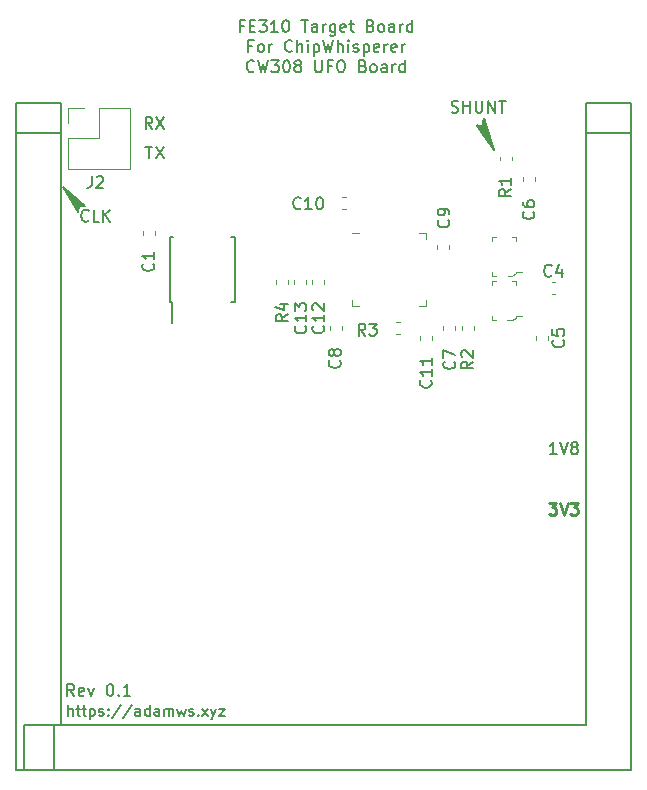
<source format=gbr>
G04 #@! TF.GenerationSoftware,KiCad,Pcbnew,5.0.0*
G04 #@! TF.CreationDate,2018-12-09T11:56:36+00:00*
G04 #@! TF.ProjectId,cw308_fe310,63773330385F66653331302E6B696361,rev?*
G04 #@! TF.SameCoordinates,Original*
G04 #@! TF.FileFunction,Legend,Top*
G04 #@! TF.FilePolarity,Positive*
%FSLAX46Y46*%
G04 Gerber Fmt 4.6, Leading zero omitted, Abs format (unit mm)*
G04 Created by KiCad (PCBNEW 5.0.0) date Sun Dec  9 11:56:36 2018*
%MOMM*%
%LPD*%
G01*
G04 APERTURE LIST*
%ADD10C,0.200000*%
%ADD11C,0.250000*%
%ADD12C,0.150000*%
%ADD13C,0.127000*%
%ADD14C,0.100000*%
%ADD15C,0.120000*%
G04 APERTURE END LIST*
D10*
X124678571Y-115952380D02*
X124345238Y-115476190D01*
X124107142Y-115952380D02*
X124107142Y-114952380D01*
X124488095Y-114952380D01*
X124583333Y-115000000D01*
X124630952Y-115047619D01*
X124678571Y-115142857D01*
X124678571Y-115285714D01*
X124630952Y-115380952D01*
X124583333Y-115428571D01*
X124488095Y-115476190D01*
X124107142Y-115476190D01*
X125488095Y-115904761D02*
X125392857Y-115952380D01*
X125202380Y-115952380D01*
X125107142Y-115904761D01*
X125059523Y-115809523D01*
X125059523Y-115428571D01*
X125107142Y-115333333D01*
X125202380Y-115285714D01*
X125392857Y-115285714D01*
X125488095Y-115333333D01*
X125535714Y-115428571D01*
X125535714Y-115523809D01*
X125059523Y-115619047D01*
X125869047Y-115285714D02*
X126107142Y-115952380D01*
X126345238Y-115285714D01*
X127678571Y-114952380D02*
X127773809Y-114952380D01*
X127869047Y-115000000D01*
X127916666Y-115047619D01*
X127964285Y-115142857D01*
X128011904Y-115333333D01*
X128011904Y-115571428D01*
X127964285Y-115761904D01*
X127916666Y-115857142D01*
X127869047Y-115904761D01*
X127773809Y-115952380D01*
X127678571Y-115952380D01*
X127583333Y-115904761D01*
X127535714Y-115857142D01*
X127488095Y-115761904D01*
X127440476Y-115571428D01*
X127440476Y-115333333D01*
X127488095Y-115142857D01*
X127535714Y-115047619D01*
X127583333Y-115000000D01*
X127678571Y-114952380D01*
X128440476Y-115857142D02*
X128488095Y-115904761D01*
X128440476Y-115952380D01*
X128392857Y-115904761D01*
X128440476Y-115857142D01*
X128440476Y-115952380D01*
X129440476Y-115952380D02*
X128869047Y-115952380D01*
X129154761Y-115952380D02*
X129154761Y-114952380D01*
X129059523Y-115095238D01*
X128964285Y-115190476D01*
X128869047Y-115238095D01*
X124171428Y-117657142D02*
X124171428Y-116757142D01*
X124557142Y-117657142D02*
X124557142Y-117185714D01*
X124514285Y-117100000D01*
X124428571Y-117057142D01*
X124300000Y-117057142D01*
X124214285Y-117100000D01*
X124171428Y-117142857D01*
X124857142Y-117057142D02*
X125200000Y-117057142D01*
X124985714Y-116757142D02*
X124985714Y-117528571D01*
X125028571Y-117614285D01*
X125114285Y-117657142D01*
X125200000Y-117657142D01*
X125371428Y-117057142D02*
X125714285Y-117057142D01*
X125500000Y-116757142D02*
X125500000Y-117528571D01*
X125542857Y-117614285D01*
X125628571Y-117657142D01*
X125714285Y-117657142D01*
X126014285Y-117057142D02*
X126014285Y-117957142D01*
X126014285Y-117100000D02*
X126100000Y-117057142D01*
X126271428Y-117057142D01*
X126357142Y-117100000D01*
X126400000Y-117142857D01*
X126442857Y-117228571D01*
X126442857Y-117485714D01*
X126400000Y-117571428D01*
X126357142Y-117614285D01*
X126271428Y-117657142D01*
X126100000Y-117657142D01*
X126014285Y-117614285D01*
X126785714Y-117614285D02*
X126871428Y-117657142D01*
X127042857Y-117657142D01*
X127128571Y-117614285D01*
X127171428Y-117528571D01*
X127171428Y-117485714D01*
X127128571Y-117400000D01*
X127042857Y-117357142D01*
X126914285Y-117357142D01*
X126828571Y-117314285D01*
X126785714Y-117228571D01*
X126785714Y-117185714D01*
X126828571Y-117100000D01*
X126914285Y-117057142D01*
X127042857Y-117057142D01*
X127128571Y-117100000D01*
X127557142Y-117571428D02*
X127600000Y-117614285D01*
X127557142Y-117657142D01*
X127514285Y-117614285D01*
X127557142Y-117571428D01*
X127557142Y-117657142D01*
X127557142Y-117100000D02*
X127600000Y-117142857D01*
X127557142Y-117185714D01*
X127514285Y-117142857D01*
X127557142Y-117100000D01*
X127557142Y-117185714D01*
X128628571Y-116714285D02*
X127857142Y-117871428D01*
X129571428Y-116714285D02*
X128800000Y-117871428D01*
X130257142Y-117657142D02*
X130257142Y-117185714D01*
X130214285Y-117100000D01*
X130128571Y-117057142D01*
X129957142Y-117057142D01*
X129871428Y-117100000D01*
X130257142Y-117614285D02*
X130171428Y-117657142D01*
X129957142Y-117657142D01*
X129871428Y-117614285D01*
X129828571Y-117528571D01*
X129828571Y-117442857D01*
X129871428Y-117357142D01*
X129957142Y-117314285D01*
X130171428Y-117314285D01*
X130257142Y-117271428D01*
X131071428Y-117657142D02*
X131071428Y-116757142D01*
X131071428Y-117614285D02*
X130985714Y-117657142D01*
X130814285Y-117657142D01*
X130728571Y-117614285D01*
X130685714Y-117571428D01*
X130642857Y-117485714D01*
X130642857Y-117228571D01*
X130685714Y-117142857D01*
X130728571Y-117100000D01*
X130814285Y-117057142D01*
X130985714Y-117057142D01*
X131071428Y-117100000D01*
X131885714Y-117657142D02*
X131885714Y-117185714D01*
X131842857Y-117100000D01*
X131757142Y-117057142D01*
X131585714Y-117057142D01*
X131500000Y-117100000D01*
X131885714Y-117614285D02*
X131800000Y-117657142D01*
X131585714Y-117657142D01*
X131500000Y-117614285D01*
X131457142Y-117528571D01*
X131457142Y-117442857D01*
X131500000Y-117357142D01*
X131585714Y-117314285D01*
X131800000Y-117314285D01*
X131885714Y-117271428D01*
X132314285Y-117657142D02*
X132314285Y-117057142D01*
X132314285Y-117142857D02*
X132357142Y-117100000D01*
X132442857Y-117057142D01*
X132571428Y-117057142D01*
X132657142Y-117100000D01*
X132700000Y-117185714D01*
X132700000Y-117657142D01*
X132700000Y-117185714D02*
X132742857Y-117100000D01*
X132828571Y-117057142D01*
X132957142Y-117057142D01*
X133042857Y-117100000D01*
X133085714Y-117185714D01*
X133085714Y-117657142D01*
X133428571Y-117057142D02*
X133600000Y-117657142D01*
X133771428Y-117228571D01*
X133942857Y-117657142D01*
X134114285Y-117057142D01*
X134414285Y-117614285D02*
X134500000Y-117657142D01*
X134671428Y-117657142D01*
X134757142Y-117614285D01*
X134800000Y-117528571D01*
X134800000Y-117485714D01*
X134757142Y-117400000D01*
X134671428Y-117357142D01*
X134542857Y-117357142D01*
X134457142Y-117314285D01*
X134414285Y-117228571D01*
X134414285Y-117185714D01*
X134457142Y-117100000D01*
X134542857Y-117057142D01*
X134671428Y-117057142D01*
X134757142Y-117100000D01*
X135185714Y-117571428D02*
X135228571Y-117614285D01*
X135185714Y-117657142D01*
X135142857Y-117614285D01*
X135185714Y-117571428D01*
X135185714Y-117657142D01*
X135528571Y-117657142D02*
X136000000Y-117057142D01*
X135528571Y-117057142D02*
X136000000Y-117657142D01*
X136257142Y-117057142D02*
X136471428Y-117657142D01*
X136685714Y-117057142D02*
X136471428Y-117657142D01*
X136385714Y-117871428D01*
X136342857Y-117914285D01*
X136257142Y-117957142D01*
X136942857Y-117057142D02*
X137414285Y-117057142D01*
X136942857Y-117657142D01*
X137414285Y-117657142D01*
X139023809Y-59228571D02*
X138690476Y-59228571D01*
X138690476Y-59752380D02*
X138690476Y-58752380D01*
X139166666Y-58752380D01*
X139547619Y-59228571D02*
X139880952Y-59228571D01*
X140023809Y-59752380D02*
X139547619Y-59752380D01*
X139547619Y-58752380D01*
X140023809Y-58752380D01*
X140357142Y-58752380D02*
X140976190Y-58752380D01*
X140642857Y-59133333D01*
X140785714Y-59133333D01*
X140880952Y-59180952D01*
X140928571Y-59228571D01*
X140976190Y-59323809D01*
X140976190Y-59561904D01*
X140928571Y-59657142D01*
X140880952Y-59704761D01*
X140785714Y-59752380D01*
X140500000Y-59752380D01*
X140404761Y-59704761D01*
X140357142Y-59657142D01*
X141928571Y-59752380D02*
X141357142Y-59752380D01*
X141642857Y-59752380D02*
X141642857Y-58752380D01*
X141547619Y-58895238D01*
X141452380Y-58990476D01*
X141357142Y-59038095D01*
X142547619Y-58752380D02*
X142642857Y-58752380D01*
X142738095Y-58800000D01*
X142785714Y-58847619D01*
X142833333Y-58942857D01*
X142880952Y-59133333D01*
X142880952Y-59371428D01*
X142833333Y-59561904D01*
X142785714Y-59657142D01*
X142738095Y-59704761D01*
X142642857Y-59752380D01*
X142547619Y-59752380D01*
X142452380Y-59704761D01*
X142404761Y-59657142D01*
X142357142Y-59561904D01*
X142309523Y-59371428D01*
X142309523Y-59133333D01*
X142357142Y-58942857D01*
X142404761Y-58847619D01*
X142452380Y-58800000D01*
X142547619Y-58752380D01*
X143928571Y-58752380D02*
X144500000Y-58752380D01*
X144214285Y-59752380D02*
X144214285Y-58752380D01*
X145261904Y-59752380D02*
X145261904Y-59228571D01*
X145214285Y-59133333D01*
X145119047Y-59085714D01*
X144928571Y-59085714D01*
X144833333Y-59133333D01*
X145261904Y-59704761D02*
X145166666Y-59752380D01*
X144928571Y-59752380D01*
X144833333Y-59704761D01*
X144785714Y-59609523D01*
X144785714Y-59514285D01*
X144833333Y-59419047D01*
X144928571Y-59371428D01*
X145166666Y-59371428D01*
X145261904Y-59323809D01*
X145738095Y-59752380D02*
X145738095Y-59085714D01*
X145738095Y-59276190D02*
X145785714Y-59180952D01*
X145833333Y-59133333D01*
X145928571Y-59085714D01*
X146023809Y-59085714D01*
X146785714Y-59085714D02*
X146785714Y-59895238D01*
X146738095Y-59990476D01*
X146690476Y-60038095D01*
X146595238Y-60085714D01*
X146452380Y-60085714D01*
X146357142Y-60038095D01*
X146785714Y-59704761D02*
X146690476Y-59752380D01*
X146500000Y-59752380D01*
X146404761Y-59704761D01*
X146357142Y-59657142D01*
X146309523Y-59561904D01*
X146309523Y-59276190D01*
X146357142Y-59180952D01*
X146404761Y-59133333D01*
X146500000Y-59085714D01*
X146690476Y-59085714D01*
X146785714Y-59133333D01*
X147642857Y-59704761D02*
X147547619Y-59752380D01*
X147357142Y-59752380D01*
X147261904Y-59704761D01*
X147214285Y-59609523D01*
X147214285Y-59228571D01*
X147261904Y-59133333D01*
X147357142Y-59085714D01*
X147547619Y-59085714D01*
X147642857Y-59133333D01*
X147690476Y-59228571D01*
X147690476Y-59323809D01*
X147214285Y-59419047D01*
X147976190Y-59085714D02*
X148357142Y-59085714D01*
X148119047Y-58752380D02*
X148119047Y-59609523D01*
X148166666Y-59704761D01*
X148261904Y-59752380D01*
X148357142Y-59752380D01*
X149785714Y-59228571D02*
X149928571Y-59276190D01*
X149976190Y-59323809D01*
X150023809Y-59419047D01*
X150023809Y-59561904D01*
X149976190Y-59657142D01*
X149928571Y-59704761D01*
X149833333Y-59752380D01*
X149452380Y-59752380D01*
X149452380Y-58752380D01*
X149785714Y-58752380D01*
X149880952Y-58800000D01*
X149928571Y-58847619D01*
X149976190Y-58942857D01*
X149976190Y-59038095D01*
X149928571Y-59133333D01*
X149880952Y-59180952D01*
X149785714Y-59228571D01*
X149452380Y-59228571D01*
X150595238Y-59752380D02*
X150500000Y-59704761D01*
X150452380Y-59657142D01*
X150404761Y-59561904D01*
X150404761Y-59276190D01*
X150452380Y-59180952D01*
X150500000Y-59133333D01*
X150595238Y-59085714D01*
X150738095Y-59085714D01*
X150833333Y-59133333D01*
X150880952Y-59180952D01*
X150928571Y-59276190D01*
X150928571Y-59561904D01*
X150880952Y-59657142D01*
X150833333Y-59704761D01*
X150738095Y-59752380D01*
X150595238Y-59752380D01*
X151785714Y-59752380D02*
X151785714Y-59228571D01*
X151738095Y-59133333D01*
X151642857Y-59085714D01*
X151452380Y-59085714D01*
X151357142Y-59133333D01*
X151785714Y-59704761D02*
X151690476Y-59752380D01*
X151452380Y-59752380D01*
X151357142Y-59704761D01*
X151309523Y-59609523D01*
X151309523Y-59514285D01*
X151357142Y-59419047D01*
X151452380Y-59371428D01*
X151690476Y-59371428D01*
X151785714Y-59323809D01*
X152261904Y-59752380D02*
X152261904Y-59085714D01*
X152261904Y-59276190D02*
X152309523Y-59180952D01*
X152357142Y-59133333D01*
X152452380Y-59085714D01*
X152547619Y-59085714D01*
X153309523Y-59752380D02*
X153309523Y-58752380D01*
X153309523Y-59704761D02*
X153214285Y-59752380D01*
X153023809Y-59752380D01*
X152928571Y-59704761D01*
X152880952Y-59657142D01*
X152833333Y-59561904D01*
X152833333Y-59276190D01*
X152880952Y-59180952D01*
X152928571Y-59133333D01*
X153023809Y-59085714D01*
X153214285Y-59085714D01*
X153309523Y-59133333D01*
X139761904Y-60928571D02*
X139428571Y-60928571D01*
X139428571Y-61452380D02*
X139428571Y-60452380D01*
X139904761Y-60452380D01*
X140428571Y-61452380D02*
X140333333Y-61404761D01*
X140285714Y-61357142D01*
X140238095Y-61261904D01*
X140238095Y-60976190D01*
X140285714Y-60880952D01*
X140333333Y-60833333D01*
X140428571Y-60785714D01*
X140571428Y-60785714D01*
X140666666Y-60833333D01*
X140714285Y-60880952D01*
X140761904Y-60976190D01*
X140761904Y-61261904D01*
X140714285Y-61357142D01*
X140666666Y-61404761D01*
X140571428Y-61452380D01*
X140428571Y-61452380D01*
X141190476Y-61452380D02*
X141190476Y-60785714D01*
X141190476Y-60976190D02*
X141238095Y-60880952D01*
X141285714Y-60833333D01*
X141380952Y-60785714D01*
X141476190Y-60785714D01*
X143142857Y-61357142D02*
X143095238Y-61404761D01*
X142952380Y-61452380D01*
X142857142Y-61452380D01*
X142714285Y-61404761D01*
X142619047Y-61309523D01*
X142571428Y-61214285D01*
X142523809Y-61023809D01*
X142523809Y-60880952D01*
X142571428Y-60690476D01*
X142619047Y-60595238D01*
X142714285Y-60500000D01*
X142857142Y-60452380D01*
X142952380Y-60452380D01*
X143095238Y-60500000D01*
X143142857Y-60547619D01*
X143571428Y-61452380D02*
X143571428Y-60452380D01*
X144000000Y-61452380D02*
X144000000Y-60928571D01*
X143952380Y-60833333D01*
X143857142Y-60785714D01*
X143714285Y-60785714D01*
X143619047Y-60833333D01*
X143571428Y-60880952D01*
X144476190Y-61452380D02*
X144476190Y-60785714D01*
X144476190Y-60452380D02*
X144428571Y-60500000D01*
X144476190Y-60547619D01*
X144523809Y-60500000D01*
X144476190Y-60452380D01*
X144476190Y-60547619D01*
X144952380Y-60785714D02*
X144952380Y-61785714D01*
X144952380Y-60833333D02*
X145047619Y-60785714D01*
X145238095Y-60785714D01*
X145333333Y-60833333D01*
X145380952Y-60880952D01*
X145428571Y-60976190D01*
X145428571Y-61261904D01*
X145380952Y-61357142D01*
X145333333Y-61404761D01*
X145238095Y-61452380D01*
X145047619Y-61452380D01*
X144952380Y-61404761D01*
X145761904Y-60452380D02*
X146000000Y-61452380D01*
X146190476Y-60738095D01*
X146380952Y-61452380D01*
X146619047Y-60452380D01*
X147000000Y-61452380D02*
X147000000Y-60452380D01*
X147428571Y-61452380D02*
X147428571Y-60928571D01*
X147380952Y-60833333D01*
X147285714Y-60785714D01*
X147142857Y-60785714D01*
X147047619Y-60833333D01*
X147000000Y-60880952D01*
X147904761Y-61452380D02*
X147904761Y-60785714D01*
X147904761Y-60452380D02*
X147857142Y-60500000D01*
X147904761Y-60547619D01*
X147952380Y-60500000D01*
X147904761Y-60452380D01*
X147904761Y-60547619D01*
X148333333Y-61404761D02*
X148428571Y-61452380D01*
X148619047Y-61452380D01*
X148714285Y-61404761D01*
X148761904Y-61309523D01*
X148761904Y-61261904D01*
X148714285Y-61166666D01*
X148619047Y-61119047D01*
X148476190Y-61119047D01*
X148380952Y-61071428D01*
X148333333Y-60976190D01*
X148333333Y-60928571D01*
X148380952Y-60833333D01*
X148476190Y-60785714D01*
X148619047Y-60785714D01*
X148714285Y-60833333D01*
X149190476Y-60785714D02*
X149190476Y-61785714D01*
X149190476Y-60833333D02*
X149285714Y-60785714D01*
X149476190Y-60785714D01*
X149571428Y-60833333D01*
X149619047Y-60880952D01*
X149666666Y-60976190D01*
X149666666Y-61261904D01*
X149619047Y-61357142D01*
X149571428Y-61404761D01*
X149476190Y-61452380D01*
X149285714Y-61452380D01*
X149190476Y-61404761D01*
X150476190Y-61404761D02*
X150380952Y-61452380D01*
X150190476Y-61452380D01*
X150095238Y-61404761D01*
X150047619Y-61309523D01*
X150047619Y-60928571D01*
X150095238Y-60833333D01*
X150190476Y-60785714D01*
X150380952Y-60785714D01*
X150476190Y-60833333D01*
X150523809Y-60928571D01*
X150523809Y-61023809D01*
X150047619Y-61119047D01*
X150952380Y-61452380D02*
X150952380Y-60785714D01*
X150952380Y-60976190D02*
X151000000Y-60880952D01*
X151047619Y-60833333D01*
X151142857Y-60785714D01*
X151238095Y-60785714D01*
X151952380Y-61404761D02*
X151857142Y-61452380D01*
X151666666Y-61452380D01*
X151571428Y-61404761D01*
X151523809Y-61309523D01*
X151523809Y-60928571D01*
X151571428Y-60833333D01*
X151666666Y-60785714D01*
X151857142Y-60785714D01*
X151952380Y-60833333D01*
X152000000Y-60928571D01*
X152000000Y-61023809D01*
X151523809Y-61119047D01*
X152428571Y-61452380D02*
X152428571Y-60785714D01*
X152428571Y-60976190D02*
X152476190Y-60880952D01*
X152523809Y-60833333D01*
X152619047Y-60785714D01*
X152714285Y-60785714D01*
X139904761Y-63057142D02*
X139857142Y-63104761D01*
X139714285Y-63152380D01*
X139619047Y-63152380D01*
X139476190Y-63104761D01*
X139380952Y-63009523D01*
X139333333Y-62914285D01*
X139285714Y-62723809D01*
X139285714Y-62580952D01*
X139333333Y-62390476D01*
X139380952Y-62295238D01*
X139476190Y-62200000D01*
X139619047Y-62152380D01*
X139714285Y-62152380D01*
X139857142Y-62200000D01*
X139904761Y-62247619D01*
X140238095Y-62152380D02*
X140476190Y-63152380D01*
X140666666Y-62438095D01*
X140857142Y-63152380D01*
X141095238Y-62152380D01*
X141380952Y-62152380D02*
X142000000Y-62152380D01*
X141666666Y-62533333D01*
X141809523Y-62533333D01*
X141904761Y-62580952D01*
X141952380Y-62628571D01*
X142000000Y-62723809D01*
X142000000Y-62961904D01*
X141952380Y-63057142D01*
X141904761Y-63104761D01*
X141809523Y-63152380D01*
X141523809Y-63152380D01*
X141428571Y-63104761D01*
X141380952Y-63057142D01*
X142619047Y-62152380D02*
X142714285Y-62152380D01*
X142809523Y-62200000D01*
X142857142Y-62247619D01*
X142904761Y-62342857D01*
X142952380Y-62533333D01*
X142952380Y-62771428D01*
X142904761Y-62961904D01*
X142857142Y-63057142D01*
X142809523Y-63104761D01*
X142714285Y-63152380D01*
X142619047Y-63152380D01*
X142523809Y-63104761D01*
X142476190Y-63057142D01*
X142428571Y-62961904D01*
X142380952Y-62771428D01*
X142380952Y-62533333D01*
X142428571Y-62342857D01*
X142476190Y-62247619D01*
X142523809Y-62200000D01*
X142619047Y-62152380D01*
X143523809Y-62580952D02*
X143428571Y-62533333D01*
X143380952Y-62485714D01*
X143333333Y-62390476D01*
X143333333Y-62342857D01*
X143380952Y-62247619D01*
X143428571Y-62200000D01*
X143523809Y-62152380D01*
X143714285Y-62152380D01*
X143809523Y-62200000D01*
X143857142Y-62247619D01*
X143904761Y-62342857D01*
X143904761Y-62390476D01*
X143857142Y-62485714D01*
X143809523Y-62533333D01*
X143714285Y-62580952D01*
X143523809Y-62580952D01*
X143428571Y-62628571D01*
X143380952Y-62676190D01*
X143333333Y-62771428D01*
X143333333Y-62961904D01*
X143380952Y-63057142D01*
X143428571Y-63104761D01*
X143523809Y-63152380D01*
X143714285Y-63152380D01*
X143809523Y-63104761D01*
X143857142Y-63057142D01*
X143904761Y-62961904D01*
X143904761Y-62771428D01*
X143857142Y-62676190D01*
X143809523Y-62628571D01*
X143714285Y-62580952D01*
X145095238Y-62152380D02*
X145095238Y-62961904D01*
X145142857Y-63057142D01*
X145190476Y-63104761D01*
X145285714Y-63152380D01*
X145476190Y-63152380D01*
X145571428Y-63104761D01*
X145619047Y-63057142D01*
X145666666Y-62961904D01*
X145666666Y-62152380D01*
X146476190Y-62628571D02*
X146142857Y-62628571D01*
X146142857Y-63152380D02*
X146142857Y-62152380D01*
X146619047Y-62152380D01*
X147190476Y-62152380D02*
X147380952Y-62152380D01*
X147476190Y-62200000D01*
X147571428Y-62295238D01*
X147619047Y-62485714D01*
X147619047Y-62819047D01*
X147571428Y-63009523D01*
X147476190Y-63104761D01*
X147380952Y-63152380D01*
X147190476Y-63152380D01*
X147095238Y-63104761D01*
X147000000Y-63009523D01*
X146952380Y-62819047D01*
X146952380Y-62485714D01*
X147000000Y-62295238D01*
X147095238Y-62200000D01*
X147190476Y-62152380D01*
X149142857Y-62628571D02*
X149285714Y-62676190D01*
X149333333Y-62723809D01*
X149380952Y-62819047D01*
X149380952Y-62961904D01*
X149333333Y-63057142D01*
X149285714Y-63104761D01*
X149190476Y-63152380D01*
X148809523Y-63152380D01*
X148809523Y-62152380D01*
X149142857Y-62152380D01*
X149238095Y-62200000D01*
X149285714Y-62247619D01*
X149333333Y-62342857D01*
X149333333Y-62438095D01*
X149285714Y-62533333D01*
X149238095Y-62580952D01*
X149142857Y-62628571D01*
X148809523Y-62628571D01*
X149952380Y-63152380D02*
X149857142Y-63104761D01*
X149809523Y-63057142D01*
X149761904Y-62961904D01*
X149761904Y-62676190D01*
X149809523Y-62580952D01*
X149857142Y-62533333D01*
X149952380Y-62485714D01*
X150095238Y-62485714D01*
X150190476Y-62533333D01*
X150238095Y-62580952D01*
X150285714Y-62676190D01*
X150285714Y-62961904D01*
X150238095Y-63057142D01*
X150190476Y-63104761D01*
X150095238Y-63152380D01*
X149952380Y-63152380D01*
X151142857Y-63152380D02*
X151142857Y-62628571D01*
X151095238Y-62533333D01*
X151000000Y-62485714D01*
X150809523Y-62485714D01*
X150714285Y-62533333D01*
X151142857Y-63104761D02*
X151047619Y-63152380D01*
X150809523Y-63152380D01*
X150714285Y-63104761D01*
X150666666Y-63009523D01*
X150666666Y-62914285D01*
X150714285Y-62819047D01*
X150809523Y-62771428D01*
X151047619Y-62771428D01*
X151142857Y-62723809D01*
X151619047Y-63152380D02*
X151619047Y-62485714D01*
X151619047Y-62676190D02*
X151666666Y-62580952D01*
X151714285Y-62533333D01*
X151809523Y-62485714D01*
X151904761Y-62485714D01*
X152666666Y-63152380D02*
X152666666Y-62152380D01*
X152666666Y-63104761D02*
X152571428Y-63152380D01*
X152380952Y-63152380D01*
X152285714Y-63104761D01*
X152238095Y-63057142D01*
X152190476Y-62961904D01*
X152190476Y-62676190D01*
X152238095Y-62580952D01*
X152285714Y-62533333D01*
X152380952Y-62485714D01*
X152571428Y-62485714D01*
X152666666Y-62533333D01*
D11*
X164886904Y-99627380D02*
X165505952Y-99627380D01*
X165172619Y-100008333D01*
X165315476Y-100008333D01*
X165410714Y-100055952D01*
X165458333Y-100103571D01*
X165505952Y-100198809D01*
X165505952Y-100436904D01*
X165458333Y-100532142D01*
X165410714Y-100579761D01*
X165315476Y-100627380D01*
X165029761Y-100627380D01*
X164934523Y-100579761D01*
X164886904Y-100532142D01*
X165791666Y-99627380D02*
X166125000Y-100627380D01*
X166458333Y-99627380D01*
X166696428Y-99627380D02*
X167315476Y-99627380D01*
X166982142Y-100008333D01*
X167125000Y-100008333D01*
X167220238Y-100055952D01*
X167267857Y-100103571D01*
X167315476Y-100198809D01*
X167315476Y-100436904D01*
X167267857Y-100532142D01*
X167220238Y-100579761D01*
X167125000Y-100627380D01*
X166839285Y-100627380D01*
X166744047Y-100579761D01*
X166696428Y-100532142D01*
D10*
X165530952Y-95502380D02*
X164959523Y-95502380D01*
X165245238Y-95502380D02*
X165245238Y-94502380D01*
X165150000Y-94645238D01*
X165054761Y-94740476D01*
X164959523Y-94788095D01*
X165816666Y-94502380D02*
X166150000Y-95502380D01*
X166483333Y-94502380D01*
X166959523Y-94930952D02*
X166864285Y-94883333D01*
X166816666Y-94835714D01*
X166769047Y-94740476D01*
X166769047Y-94692857D01*
X166816666Y-94597619D01*
X166864285Y-94550000D01*
X166959523Y-94502380D01*
X167150000Y-94502380D01*
X167245238Y-94550000D01*
X167292857Y-94597619D01*
X167340476Y-94692857D01*
X167340476Y-94740476D01*
X167292857Y-94835714D01*
X167245238Y-94883333D01*
X167150000Y-94930952D01*
X166959523Y-94930952D01*
X166864285Y-94978571D01*
X166816666Y-95026190D01*
X166769047Y-95121428D01*
X166769047Y-95311904D01*
X166816666Y-95407142D01*
X166864285Y-95454761D01*
X166959523Y-95502380D01*
X167150000Y-95502380D01*
X167245238Y-95454761D01*
X167292857Y-95407142D01*
X167340476Y-95311904D01*
X167340476Y-95121428D01*
X167292857Y-95026190D01*
X167245238Y-94978571D01*
X167150000Y-94930952D01*
X156636904Y-66529761D02*
X156779761Y-66577380D01*
X157017857Y-66577380D01*
X157113095Y-66529761D01*
X157160714Y-66482142D01*
X157208333Y-66386904D01*
X157208333Y-66291666D01*
X157160714Y-66196428D01*
X157113095Y-66148809D01*
X157017857Y-66101190D01*
X156827380Y-66053571D01*
X156732142Y-66005952D01*
X156684523Y-65958333D01*
X156636904Y-65863095D01*
X156636904Y-65767857D01*
X156684523Y-65672619D01*
X156732142Y-65625000D01*
X156827380Y-65577380D01*
X157065476Y-65577380D01*
X157208333Y-65625000D01*
X157636904Y-66577380D02*
X157636904Y-65577380D01*
X157636904Y-66053571D02*
X158208333Y-66053571D01*
X158208333Y-66577380D02*
X158208333Y-65577380D01*
X158684523Y-65577380D02*
X158684523Y-66386904D01*
X158732142Y-66482142D01*
X158779761Y-66529761D01*
X158875000Y-66577380D01*
X159065476Y-66577380D01*
X159160714Y-66529761D01*
X159208333Y-66482142D01*
X159255952Y-66386904D01*
X159255952Y-65577380D01*
X159732142Y-66577380D02*
X159732142Y-65577380D01*
X160303571Y-66577380D01*
X160303571Y-65577380D01*
X160636904Y-65577380D02*
X161208333Y-65577380D01*
X160922619Y-66577380D02*
X160922619Y-65577380D01*
D12*
G36*
X160200000Y-69750000D02*
X159375000Y-67050000D01*
X159175000Y-67775000D01*
X158775000Y-67600000D01*
X158800000Y-67675000D01*
X160200000Y-69750000D01*
G37*
X160200000Y-69750000D02*
X159375000Y-67050000D01*
X159175000Y-67775000D01*
X158775000Y-67600000D01*
X158800000Y-67675000D01*
X160200000Y-69750000D01*
D10*
X125904761Y-75707142D02*
X125857142Y-75754761D01*
X125714285Y-75802380D01*
X125619047Y-75802380D01*
X125476190Y-75754761D01*
X125380952Y-75659523D01*
X125333333Y-75564285D01*
X125285714Y-75373809D01*
X125285714Y-75230952D01*
X125333333Y-75040476D01*
X125380952Y-74945238D01*
X125476190Y-74850000D01*
X125619047Y-74802380D01*
X125714285Y-74802380D01*
X125857142Y-74850000D01*
X125904761Y-74897619D01*
X126809523Y-75802380D02*
X126333333Y-75802380D01*
X126333333Y-74802380D01*
X127142857Y-75802380D02*
X127142857Y-74802380D01*
X127714285Y-75802380D02*
X127285714Y-75230952D01*
X127714285Y-74802380D02*
X127142857Y-75373809D01*
D12*
G36*
X123725000Y-72875000D02*
X125025000Y-75000000D01*
X125100000Y-74475000D01*
X125500000Y-74450000D01*
X125575000Y-74475000D01*
X123725000Y-72875000D01*
G37*
X123725000Y-72875000D02*
X125025000Y-75000000D01*
X125100000Y-74475000D01*
X125500000Y-74450000D01*
X125575000Y-74475000D01*
X123725000Y-72875000D01*
D10*
X131591666Y-69452380D02*
X132258333Y-70452380D01*
X132258333Y-69452380D02*
X131591666Y-70452380D01*
X130714285Y-69452380D02*
X131285714Y-69452380D01*
X131000000Y-70452380D02*
X131000000Y-69452380D01*
X131591666Y-66952380D02*
X132258333Y-67952380D01*
X132258333Y-66952380D02*
X131591666Y-67952380D01*
X131309523Y-67952380D02*
X130976190Y-67476190D01*
X130738095Y-67952380D02*
X130738095Y-66952380D01*
X131119047Y-66952380D01*
X131214285Y-67000000D01*
X131261904Y-67047619D01*
X131309523Y-67142857D01*
X131309523Y-67285714D01*
X131261904Y-67380952D01*
X131214285Y-67428571D01*
X131119047Y-67476190D01*
X130738095Y-67476190D01*
D13*
G04 #@! TO.C,J1*
X119773701Y-65760600D02*
X123583701Y-65760600D01*
X123583701Y-65760600D02*
X123583701Y-68300600D01*
X123583701Y-68300600D02*
X123583701Y-118465600D01*
X123583701Y-118465600D02*
X168033701Y-118465600D01*
X168033701Y-118465600D02*
X168033701Y-68300600D01*
X168033701Y-68300600D02*
X168033701Y-65760600D01*
X168033701Y-65760600D02*
X171843701Y-65760600D01*
X171843701Y-65760600D02*
X171843701Y-68300600D01*
X171843701Y-68300600D02*
X171843701Y-122275600D01*
X171843701Y-122275600D02*
X122948701Y-122275600D01*
X122948701Y-122275600D02*
X120408701Y-122275600D01*
X120408701Y-122275600D02*
X119773701Y-122275600D01*
X119773701Y-122275600D02*
X119773701Y-68300600D01*
X119773701Y-68300600D02*
X119773701Y-65760600D01*
X119773701Y-68300600D02*
X123583701Y-68300600D01*
X122948701Y-122275600D02*
X122948701Y-118465600D01*
X122948701Y-118465600D02*
X120408701Y-118465600D01*
X120408701Y-118465600D02*
X120408701Y-122275600D01*
X122948701Y-118465600D02*
X123583701Y-118465600D01*
X168033701Y-68300600D02*
X171843701Y-68300600D01*
D12*
G04 #@! TO.C,U1*
X132771780Y-82635540D02*
X132976780Y-82635540D01*
X132771780Y-77135540D02*
X133071780Y-77135540D01*
X138281780Y-77135540D02*
X137981780Y-77135540D01*
X138281780Y-82635540D02*
X137981780Y-82635540D01*
X132771780Y-82635540D02*
X132771780Y-77135540D01*
X138281780Y-82635540D02*
X138281780Y-77135540D01*
X132976780Y-82635540D02*
X132976780Y-84385540D01*
D14*
G04 #@! TO.C,U2*
X160074100Y-80087860D02*
X160074100Y-80412860D01*
X160074100Y-80412860D02*
X160374100Y-80412860D01*
X162074100Y-77437860D02*
X162074100Y-77112860D01*
X162074100Y-77112860D02*
X161774100Y-77112860D01*
X160074100Y-77412860D02*
X160074100Y-77112860D01*
X160074100Y-77112860D02*
X160399100Y-77112860D01*
X161749100Y-80412860D02*
X162074100Y-80187860D01*
X162074100Y-80187860D02*
X162074100Y-80087860D01*
X162074100Y-80087860D02*
X162599100Y-80087860D01*
X161749100Y-80412860D02*
X161374100Y-80412860D01*
G04 #@! TO.C,U3*
X161746560Y-84154280D02*
X161371560Y-84154280D01*
X162071560Y-83829280D02*
X162596560Y-83829280D01*
X162071560Y-83929280D02*
X162071560Y-83829280D01*
X161746560Y-84154280D02*
X162071560Y-83929280D01*
X160071560Y-80854280D02*
X160396560Y-80854280D01*
X160071560Y-81154280D02*
X160071560Y-80854280D01*
X162071560Y-80854280D02*
X161771560Y-80854280D01*
X162071560Y-81179280D02*
X162071560Y-80854280D01*
X160071560Y-84154280D02*
X160371560Y-84154280D01*
X160071560Y-83829280D02*
X160071560Y-84154280D01*
D15*
G04 #@! TO.C,U4*
X153918600Y-76732600D02*
X154483600Y-76732600D01*
X154483600Y-76732600D02*
X154483600Y-77297600D01*
X148798600Y-82982600D02*
X148233600Y-82982600D01*
X148233600Y-82982600D02*
X148233600Y-82417600D01*
X153918600Y-82982600D02*
X154483600Y-82982600D01*
X154483600Y-82982600D02*
X154483600Y-82417600D01*
X148233600Y-76732600D02*
X148798600Y-76732600D01*
G04 #@! TO.C,C1*
X131546060Y-76631581D02*
X131546060Y-76957139D01*
X130526060Y-76631581D02*
X130526060Y-76957139D01*
G04 #@! TO.C,C4*
X165102321Y-81952560D02*
X165427879Y-81952560D01*
X165102321Y-80932560D02*
X165427879Y-80932560D01*
G04 #@! TO.C,C5*
X163784820Y-85511421D02*
X163784820Y-85836979D01*
X164804820Y-85511421D02*
X164804820Y-85836979D01*
G04 #@! TO.C,C6*
X163679600Y-72349579D02*
X163679600Y-72024021D01*
X162659600Y-72349579D02*
X162659600Y-72024021D01*
G04 #@! TO.C,C7*
X156968920Y-84652901D02*
X156968920Y-84978459D01*
X155948920Y-84652901D02*
X155948920Y-84978459D01*
G04 #@! TO.C,C8*
X147352480Y-84628801D02*
X147352480Y-84954359D01*
X146332480Y-84628801D02*
X146332480Y-84954359D01*
G04 #@! TO.C,C9*
X155397740Y-78138239D02*
X155397740Y-77812681D01*
X156417740Y-78138239D02*
X156417740Y-77812681D01*
G04 #@! TO.C,C10*
X147662779Y-74741500D02*
X147337221Y-74741500D01*
X147662779Y-73721500D02*
X147337221Y-73721500D01*
G04 #@! TO.C,C11*
X154969940Y-85854759D02*
X154969940Y-85529201D01*
X153949940Y-85854759D02*
X153949940Y-85529201D01*
G04 #@! TO.C,C12*
X145813240Y-80776861D02*
X145813240Y-81102419D01*
X144793240Y-80776861D02*
X144793240Y-81102419D01*
G04 #@! TO.C,C13*
X143287020Y-80776861D02*
X143287020Y-81102419D01*
X144307020Y-80776861D02*
X144307020Y-81102419D01*
G04 #@! TO.C,J2*
X124170000Y-71370000D02*
X129370000Y-71370000D01*
X124170000Y-68770000D02*
X124170000Y-71370000D01*
X129370000Y-66170000D02*
X129370000Y-71370000D01*
X124170000Y-68770000D02*
X126770000Y-68770000D01*
X126770000Y-68770000D02*
X126770000Y-66170000D01*
X126770000Y-66170000D02*
X129370000Y-66170000D01*
X124170000Y-67500000D02*
X124170000Y-66170000D01*
X124170000Y-66170000D02*
X125500000Y-66170000D01*
G04 #@! TO.C,R1*
X161723800Y-70296821D02*
X161723800Y-70622379D01*
X160703800Y-70296821D02*
X160703800Y-70622379D01*
G04 #@! TO.C,R2*
X157490700Y-84970839D02*
X157490700Y-84645281D01*
X158510700Y-84970839D02*
X158510700Y-84645281D01*
G04 #@! TO.C,R3*
X151942581Y-85325680D02*
X152268139Y-85325680D01*
X151942581Y-84305680D02*
X152268139Y-84305680D01*
G04 #@! TO.C,R4*
X142798260Y-81110039D02*
X142798260Y-80784481D01*
X141778260Y-81110039D02*
X141778260Y-80784481D01*
G04 #@! TO.C,C1*
D12*
X131357142Y-79366666D02*
X131404761Y-79414285D01*
X131452380Y-79557142D01*
X131452380Y-79652380D01*
X131404761Y-79795238D01*
X131309523Y-79890476D01*
X131214285Y-79938095D01*
X131023809Y-79985714D01*
X130880952Y-79985714D01*
X130690476Y-79938095D01*
X130595238Y-79890476D01*
X130500000Y-79795238D01*
X130452380Y-79652380D01*
X130452380Y-79557142D01*
X130500000Y-79414285D01*
X130547619Y-79366666D01*
X131452380Y-78414285D02*
X131452380Y-78985714D01*
X131452380Y-78700000D02*
X130452380Y-78700000D01*
X130595238Y-78795238D01*
X130690476Y-78890476D01*
X130738095Y-78985714D01*
G04 #@! TO.C,C4*
X165098433Y-80369702D02*
X165050814Y-80417321D01*
X164907957Y-80464940D01*
X164812719Y-80464940D01*
X164669861Y-80417321D01*
X164574623Y-80322083D01*
X164527004Y-80226845D01*
X164479385Y-80036369D01*
X164479385Y-79893512D01*
X164527004Y-79703036D01*
X164574623Y-79607798D01*
X164669861Y-79512560D01*
X164812719Y-79464940D01*
X164907957Y-79464940D01*
X165050814Y-79512560D01*
X165098433Y-79560179D01*
X165955576Y-79798274D02*
X165955576Y-80464940D01*
X165717480Y-79417321D02*
X165479385Y-80131607D01*
X166098433Y-80131607D01*
G04 #@! TO.C,C5*
X166081962Y-85840866D02*
X166129581Y-85888485D01*
X166177200Y-86031342D01*
X166177200Y-86126580D01*
X166129581Y-86269438D01*
X166034343Y-86364676D01*
X165939105Y-86412295D01*
X165748629Y-86459914D01*
X165605772Y-86459914D01*
X165415296Y-86412295D01*
X165320058Y-86364676D01*
X165224820Y-86269438D01*
X165177200Y-86126580D01*
X165177200Y-86031342D01*
X165224820Y-85888485D01*
X165272439Y-85840866D01*
X165177200Y-84936104D02*
X165177200Y-85412295D01*
X165653391Y-85459914D01*
X165605772Y-85412295D01*
X165558153Y-85317057D01*
X165558153Y-85078961D01*
X165605772Y-84983723D01*
X165653391Y-84936104D01*
X165748629Y-84888485D01*
X165986724Y-84888485D01*
X166081962Y-84936104D01*
X166129581Y-84983723D01*
X166177200Y-85078961D01*
X166177200Y-85317057D01*
X166129581Y-85412295D01*
X166081962Y-85459914D01*
G04 #@! TO.C,C6*
X163557142Y-74966666D02*
X163604761Y-75014285D01*
X163652380Y-75157142D01*
X163652380Y-75252380D01*
X163604761Y-75395238D01*
X163509523Y-75490476D01*
X163414285Y-75538095D01*
X163223809Y-75585714D01*
X163080952Y-75585714D01*
X162890476Y-75538095D01*
X162795238Y-75490476D01*
X162700000Y-75395238D01*
X162652380Y-75252380D01*
X162652380Y-75157142D01*
X162700000Y-75014285D01*
X162747619Y-74966666D01*
X162652380Y-74109523D02*
X162652380Y-74300000D01*
X162700000Y-74395238D01*
X162747619Y-74442857D01*
X162890476Y-74538095D01*
X163080952Y-74585714D01*
X163461904Y-74585714D01*
X163557142Y-74538095D01*
X163604761Y-74490476D01*
X163652380Y-74395238D01*
X163652380Y-74204761D01*
X163604761Y-74109523D01*
X163557142Y-74061904D01*
X163461904Y-74014285D01*
X163223809Y-74014285D01*
X163128571Y-74061904D01*
X163080952Y-74109523D01*
X163033333Y-74204761D01*
X163033333Y-74395238D01*
X163080952Y-74490476D01*
X163128571Y-74538095D01*
X163223809Y-74585714D01*
G04 #@! TO.C,C7*
X156857142Y-87666666D02*
X156904761Y-87714285D01*
X156952380Y-87857142D01*
X156952380Y-87952380D01*
X156904761Y-88095238D01*
X156809523Y-88190476D01*
X156714285Y-88238095D01*
X156523809Y-88285714D01*
X156380952Y-88285714D01*
X156190476Y-88238095D01*
X156095238Y-88190476D01*
X156000000Y-88095238D01*
X155952380Y-87952380D01*
X155952380Y-87857142D01*
X156000000Y-87714285D01*
X156047619Y-87666666D01*
X155952380Y-87333333D02*
X155952380Y-86666666D01*
X156952380Y-87095238D01*
G04 #@! TO.C,C8*
X147157142Y-87566666D02*
X147204761Y-87614285D01*
X147252380Y-87757142D01*
X147252380Y-87852380D01*
X147204761Y-87995238D01*
X147109523Y-88090476D01*
X147014285Y-88138095D01*
X146823809Y-88185714D01*
X146680952Y-88185714D01*
X146490476Y-88138095D01*
X146395238Y-88090476D01*
X146300000Y-87995238D01*
X146252380Y-87852380D01*
X146252380Y-87757142D01*
X146300000Y-87614285D01*
X146347619Y-87566666D01*
X146680952Y-86995238D02*
X146633333Y-87090476D01*
X146585714Y-87138095D01*
X146490476Y-87185714D01*
X146442857Y-87185714D01*
X146347619Y-87138095D01*
X146300000Y-87090476D01*
X146252380Y-86995238D01*
X146252380Y-86804761D01*
X146300000Y-86709523D01*
X146347619Y-86661904D01*
X146442857Y-86614285D01*
X146490476Y-86614285D01*
X146585714Y-86661904D01*
X146633333Y-86709523D01*
X146680952Y-86804761D01*
X146680952Y-86995238D01*
X146728571Y-87090476D01*
X146776190Y-87138095D01*
X146871428Y-87185714D01*
X147061904Y-87185714D01*
X147157142Y-87138095D01*
X147204761Y-87090476D01*
X147252380Y-86995238D01*
X147252380Y-86804761D01*
X147204761Y-86709523D01*
X147157142Y-86661904D01*
X147061904Y-86614285D01*
X146871428Y-86614285D01*
X146776190Y-86661904D01*
X146728571Y-86709523D01*
X146680952Y-86804761D01*
G04 #@! TO.C,C9*
X156357142Y-75666666D02*
X156404761Y-75714285D01*
X156452380Y-75857142D01*
X156452380Y-75952380D01*
X156404761Y-76095238D01*
X156309523Y-76190476D01*
X156214285Y-76238095D01*
X156023809Y-76285714D01*
X155880952Y-76285714D01*
X155690476Y-76238095D01*
X155595238Y-76190476D01*
X155500000Y-76095238D01*
X155452380Y-75952380D01*
X155452380Y-75857142D01*
X155500000Y-75714285D01*
X155547619Y-75666666D01*
X156452380Y-75190476D02*
X156452380Y-75000000D01*
X156404761Y-74904761D01*
X156357142Y-74857142D01*
X156214285Y-74761904D01*
X156023809Y-74714285D01*
X155642857Y-74714285D01*
X155547619Y-74761904D01*
X155500000Y-74809523D01*
X155452380Y-74904761D01*
X155452380Y-75095238D01*
X155500000Y-75190476D01*
X155547619Y-75238095D01*
X155642857Y-75285714D01*
X155880952Y-75285714D01*
X155976190Y-75238095D01*
X156023809Y-75190476D01*
X156071428Y-75095238D01*
X156071428Y-74904761D01*
X156023809Y-74809523D01*
X155976190Y-74761904D01*
X155880952Y-74714285D01*
G04 #@! TO.C,C10*
X143857142Y-74657142D02*
X143809523Y-74704761D01*
X143666666Y-74752380D01*
X143571428Y-74752380D01*
X143428571Y-74704761D01*
X143333333Y-74609523D01*
X143285714Y-74514285D01*
X143238095Y-74323809D01*
X143238095Y-74180952D01*
X143285714Y-73990476D01*
X143333333Y-73895238D01*
X143428571Y-73800000D01*
X143571428Y-73752380D01*
X143666666Y-73752380D01*
X143809523Y-73800000D01*
X143857142Y-73847619D01*
X144809523Y-74752380D02*
X144238095Y-74752380D01*
X144523809Y-74752380D02*
X144523809Y-73752380D01*
X144428571Y-73895238D01*
X144333333Y-73990476D01*
X144238095Y-74038095D01*
X145428571Y-73752380D02*
X145523809Y-73752380D01*
X145619047Y-73800000D01*
X145666666Y-73847619D01*
X145714285Y-73942857D01*
X145761904Y-74133333D01*
X145761904Y-74371428D01*
X145714285Y-74561904D01*
X145666666Y-74657142D01*
X145619047Y-74704761D01*
X145523809Y-74752380D01*
X145428571Y-74752380D01*
X145333333Y-74704761D01*
X145285714Y-74657142D01*
X145238095Y-74561904D01*
X145190476Y-74371428D01*
X145190476Y-74133333D01*
X145238095Y-73942857D01*
X145285714Y-73847619D01*
X145333333Y-73800000D01*
X145428571Y-73752380D01*
G04 #@! TO.C,C11*
X154857142Y-89242857D02*
X154904761Y-89290476D01*
X154952380Y-89433333D01*
X154952380Y-89528571D01*
X154904761Y-89671428D01*
X154809523Y-89766666D01*
X154714285Y-89814285D01*
X154523809Y-89861904D01*
X154380952Y-89861904D01*
X154190476Y-89814285D01*
X154095238Y-89766666D01*
X154000000Y-89671428D01*
X153952380Y-89528571D01*
X153952380Y-89433333D01*
X154000000Y-89290476D01*
X154047619Y-89242857D01*
X154952380Y-88290476D02*
X154952380Y-88861904D01*
X154952380Y-88576190D02*
X153952380Y-88576190D01*
X154095238Y-88671428D01*
X154190476Y-88766666D01*
X154238095Y-88861904D01*
X154952380Y-87338095D02*
X154952380Y-87909523D01*
X154952380Y-87623809D02*
X153952380Y-87623809D01*
X154095238Y-87719047D01*
X154190476Y-87814285D01*
X154238095Y-87909523D01*
G04 #@! TO.C,C12*
X145757142Y-84642857D02*
X145804761Y-84690476D01*
X145852380Y-84833333D01*
X145852380Y-84928571D01*
X145804761Y-85071428D01*
X145709523Y-85166666D01*
X145614285Y-85214285D01*
X145423809Y-85261904D01*
X145280952Y-85261904D01*
X145090476Y-85214285D01*
X144995238Y-85166666D01*
X144900000Y-85071428D01*
X144852380Y-84928571D01*
X144852380Y-84833333D01*
X144900000Y-84690476D01*
X144947619Y-84642857D01*
X145852380Y-83690476D02*
X145852380Y-84261904D01*
X145852380Y-83976190D02*
X144852380Y-83976190D01*
X144995238Y-84071428D01*
X145090476Y-84166666D01*
X145138095Y-84261904D01*
X144947619Y-83309523D02*
X144900000Y-83261904D01*
X144852380Y-83166666D01*
X144852380Y-82928571D01*
X144900000Y-82833333D01*
X144947619Y-82785714D01*
X145042857Y-82738095D01*
X145138095Y-82738095D01*
X145280952Y-82785714D01*
X145852380Y-83357142D01*
X145852380Y-82738095D01*
G04 #@! TO.C,C13*
X144257142Y-84642857D02*
X144304761Y-84690476D01*
X144352380Y-84833333D01*
X144352380Y-84928571D01*
X144304761Y-85071428D01*
X144209523Y-85166666D01*
X144114285Y-85214285D01*
X143923809Y-85261904D01*
X143780952Y-85261904D01*
X143590476Y-85214285D01*
X143495238Y-85166666D01*
X143400000Y-85071428D01*
X143352380Y-84928571D01*
X143352380Y-84833333D01*
X143400000Y-84690476D01*
X143447619Y-84642857D01*
X144352380Y-83690476D02*
X144352380Y-84261904D01*
X144352380Y-83976190D02*
X143352380Y-83976190D01*
X143495238Y-84071428D01*
X143590476Y-84166666D01*
X143638095Y-84261904D01*
X143352380Y-83357142D02*
X143352380Y-82738095D01*
X143733333Y-83071428D01*
X143733333Y-82928571D01*
X143780952Y-82833333D01*
X143828571Y-82785714D01*
X143923809Y-82738095D01*
X144161904Y-82738095D01*
X144257142Y-82785714D01*
X144304761Y-82833333D01*
X144352380Y-82928571D01*
X144352380Y-83214285D01*
X144304761Y-83309523D01*
X144257142Y-83357142D01*
G04 #@! TO.C,J2*
X126166666Y-71952380D02*
X126166666Y-72666666D01*
X126119047Y-72809523D01*
X126023809Y-72904761D01*
X125880952Y-72952380D01*
X125785714Y-72952380D01*
X126595238Y-72047619D02*
X126642857Y-72000000D01*
X126738095Y-71952380D01*
X126976190Y-71952380D01*
X127071428Y-72000000D01*
X127119047Y-72047619D01*
X127166666Y-72142857D01*
X127166666Y-72238095D01*
X127119047Y-72380952D01*
X126547619Y-72952380D01*
X127166666Y-72952380D01*
G04 #@! TO.C,R1*
X161652380Y-73066666D02*
X161176190Y-73400000D01*
X161652380Y-73638095D02*
X160652380Y-73638095D01*
X160652380Y-73257142D01*
X160700000Y-73161904D01*
X160747619Y-73114285D01*
X160842857Y-73066666D01*
X160985714Y-73066666D01*
X161080952Y-73114285D01*
X161128571Y-73161904D01*
X161176190Y-73257142D01*
X161176190Y-73638095D01*
X161652380Y-72114285D02*
X161652380Y-72685714D01*
X161652380Y-72400000D02*
X160652380Y-72400000D01*
X160795238Y-72495238D01*
X160890476Y-72590476D01*
X160938095Y-72685714D01*
G04 #@! TO.C,R2*
X158452380Y-87666666D02*
X157976190Y-88000000D01*
X158452380Y-88238095D02*
X157452380Y-88238095D01*
X157452380Y-87857142D01*
X157500000Y-87761904D01*
X157547619Y-87714285D01*
X157642857Y-87666666D01*
X157785714Y-87666666D01*
X157880952Y-87714285D01*
X157928571Y-87761904D01*
X157976190Y-87857142D01*
X157976190Y-88238095D01*
X157547619Y-87285714D02*
X157500000Y-87238095D01*
X157452380Y-87142857D01*
X157452380Y-86904761D01*
X157500000Y-86809523D01*
X157547619Y-86761904D01*
X157642857Y-86714285D01*
X157738095Y-86714285D01*
X157880952Y-86761904D01*
X158452380Y-87333333D01*
X158452380Y-86714285D01*
G04 #@! TO.C,R3*
X149333333Y-85452380D02*
X149000000Y-84976190D01*
X148761904Y-85452380D02*
X148761904Y-84452380D01*
X149142857Y-84452380D01*
X149238095Y-84500000D01*
X149285714Y-84547619D01*
X149333333Y-84642857D01*
X149333333Y-84785714D01*
X149285714Y-84880952D01*
X149238095Y-84928571D01*
X149142857Y-84976190D01*
X148761904Y-84976190D01*
X149666666Y-84452380D02*
X150285714Y-84452380D01*
X149952380Y-84833333D01*
X150095238Y-84833333D01*
X150190476Y-84880952D01*
X150238095Y-84928571D01*
X150285714Y-85023809D01*
X150285714Y-85261904D01*
X150238095Y-85357142D01*
X150190476Y-85404761D01*
X150095238Y-85452380D01*
X149809523Y-85452380D01*
X149714285Y-85404761D01*
X149666666Y-85357142D01*
G04 #@! TO.C,R4*
X142752380Y-83666666D02*
X142276190Y-84000000D01*
X142752380Y-84238095D02*
X141752380Y-84238095D01*
X141752380Y-83857142D01*
X141800000Y-83761904D01*
X141847619Y-83714285D01*
X141942857Y-83666666D01*
X142085714Y-83666666D01*
X142180952Y-83714285D01*
X142228571Y-83761904D01*
X142276190Y-83857142D01*
X142276190Y-84238095D01*
X142085714Y-82809523D02*
X142752380Y-82809523D01*
X141704761Y-83047619D02*
X142419047Y-83285714D01*
X142419047Y-82666666D01*
G04 #@! TD*
M02*

</source>
